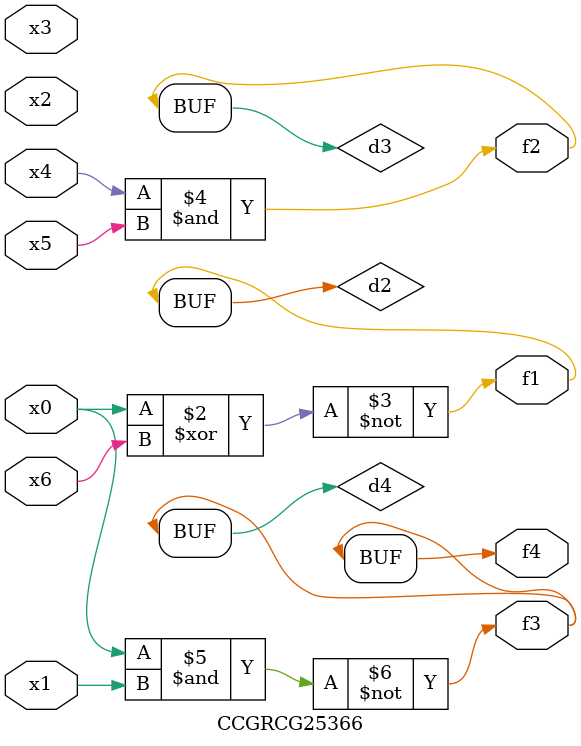
<source format=v>
module CCGRCG25366(
	input x0, x1, x2, x3, x4, x5, x6,
	output f1, f2, f3, f4
);

	wire d1, d2, d3, d4;

	nor (d1, x0);
	xnor (d2, x0, x6);
	and (d3, x4, x5);
	nand (d4, x0, x1);
	assign f1 = d2;
	assign f2 = d3;
	assign f3 = d4;
	assign f4 = d4;
endmodule

</source>
